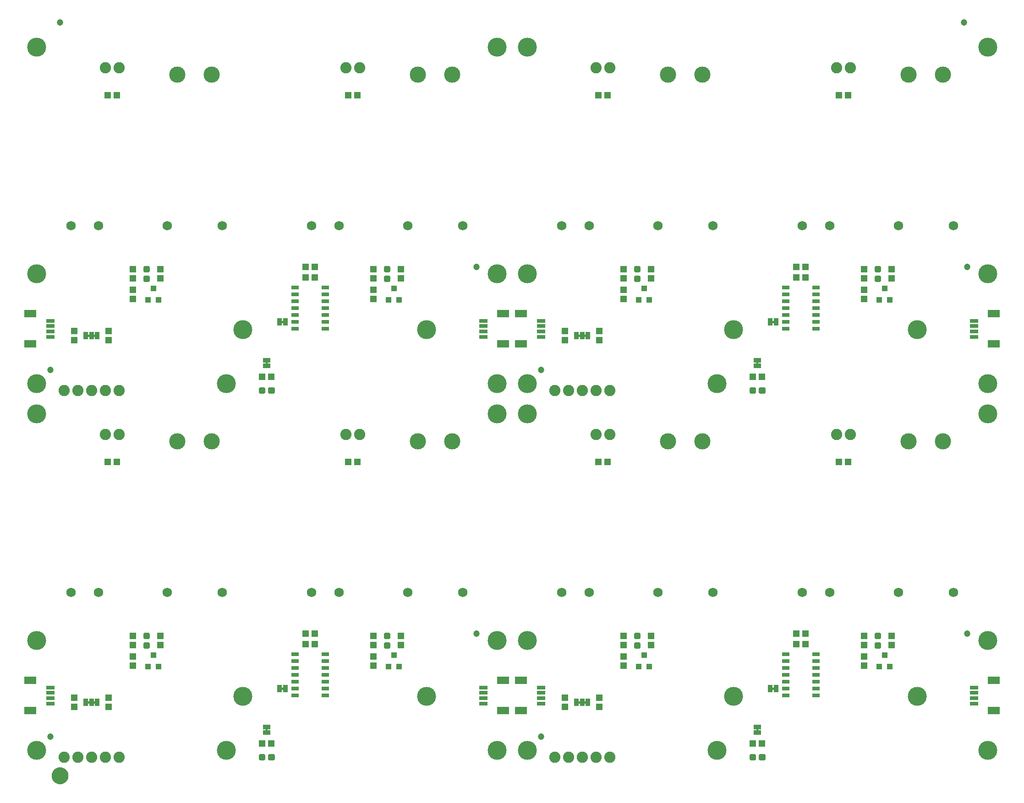
<source format=gts>
G04 EAGLE Gerber RS-274X export*
G75*
%MOMM*%
%FSLAX34Y34*%
%LPD*%
%INSoldermask Top*%
%IPPOS*%
%AMOC8*
5,1,8,0,0,1.08239X$1,22.5*%
G01*
%ADD10R,1.303200X1.203200*%
%ADD11C,0.505344*%
%ADD12C,1.203200*%
%ADD13C,2.082800*%
%ADD14R,2.203200X1.403200*%
%ADD15R,1.553200X0.803200*%
%ADD16R,1.473200X0.863600*%
%ADD17R,0.863600X1.473200*%
%ADD18C,3.505200*%
%ADD19R,1.003200X1.103200*%
%ADD20R,1.203200X1.303200*%
%ADD21R,1.403200X0.803200*%
%ADD22C,1.727200*%
%ADD23C,3.003200*%
%ADD24C,1.270000*%
%ADD25C,1.703200*%

G36*
X452185Y739152D02*
X452185Y739152D01*
X452251Y739154D01*
X452294Y739172D01*
X452341Y739180D01*
X452398Y739214D01*
X452458Y739239D01*
X452493Y739270D01*
X452534Y739295D01*
X452576Y739346D01*
X452624Y739390D01*
X452646Y739432D01*
X452675Y739469D01*
X452696Y739531D01*
X452727Y739590D01*
X452735Y739644D01*
X452747Y739681D01*
X452746Y739721D01*
X452754Y739775D01*
X452754Y743585D01*
X452743Y743650D01*
X452741Y743716D01*
X452723Y743759D01*
X452715Y743806D01*
X452681Y743863D01*
X452656Y743923D01*
X452625Y743958D01*
X452600Y743999D01*
X452549Y744041D01*
X452505Y744089D01*
X452463Y744111D01*
X452426Y744140D01*
X452364Y744161D01*
X452305Y744192D01*
X452251Y744200D01*
X452214Y744212D01*
X452174Y744211D01*
X452120Y744219D01*
X449580Y744219D01*
X449515Y744208D01*
X449449Y744206D01*
X449406Y744188D01*
X449359Y744180D01*
X449302Y744146D01*
X449242Y744121D01*
X449207Y744090D01*
X449166Y744065D01*
X449125Y744014D01*
X449076Y743970D01*
X449054Y743928D01*
X449025Y743891D01*
X449004Y743829D01*
X448973Y743770D01*
X448965Y743716D01*
X448953Y743679D01*
X448953Y743675D01*
X448953Y743674D01*
X448954Y743639D01*
X448946Y743585D01*
X448946Y739775D01*
X448957Y739710D01*
X448959Y739644D01*
X448977Y739601D01*
X448985Y739554D01*
X449019Y739497D01*
X449044Y739437D01*
X449075Y739402D01*
X449100Y739361D01*
X449151Y739320D01*
X449195Y739271D01*
X449237Y739249D01*
X449274Y739220D01*
X449336Y739199D01*
X449395Y739168D01*
X449449Y739160D01*
X449486Y739148D01*
X449526Y739149D01*
X449580Y739141D01*
X452120Y739141D01*
X452185Y739152D01*
G37*
G36*
X1358965Y739152D02*
X1358965Y739152D01*
X1359031Y739154D01*
X1359074Y739172D01*
X1359121Y739180D01*
X1359178Y739214D01*
X1359238Y739239D01*
X1359273Y739270D01*
X1359314Y739295D01*
X1359356Y739346D01*
X1359404Y739390D01*
X1359426Y739432D01*
X1359455Y739469D01*
X1359476Y739531D01*
X1359507Y739590D01*
X1359515Y739644D01*
X1359527Y739681D01*
X1359526Y739721D01*
X1359534Y739775D01*
X1359534Y743585D01*
X1359523Y743650D01*
X1359521Y743716D01*
X1359503Y743759D01*
X1359495Y743806D01*
X1359461Y743863D01*
X1359436Y743923D01*
X1359405Y743958D01*
X1359380Y743999D01*
X1359329Y744041D01*
X1359285Y744089D01*
X1359243Y744111D01*
X1359206Y744140D01*
X1359144Y744161D01*
X1359085Y744192D01*
X1359031Y744200D01*
X1358994Y744212D01*
X1358954Y744211D01*
X1358900Y744219D01*
X1356360Y744219D01*
X1356295Y744208D01*
X1356229Y744206D01*
X1356186Y744188D01*
X1356139Y744180D01*
X1356082Y744146D01*
X1356022Y744121D01*
X1355987Y744090D01*
X1355946Y744065D01*
X1355905Y744014D01*
X1355856Y743970D01*
X1355834Y743928D01*
X1355805Y743891D01*
X1355784Y743829D01*
X1355753Y743770D01*
X1355745Y743716D01*
X1355733Y743679D01*
X1355733Y743675D01*
X1355733Y743674D01*
X1355734Y743639D01*
X1355726Y743585D01*
X1355726Y739775D01*
X1355737Y739710D01*
X1355739Y739644D01*
X1355757Y739601D01*
X1355765Y739554D01*
X1355799Y739497D01*
X1355824Y739437D01*
X1355855Y739402D01*
X1355880Y739361D01*
X1355931Y739320D01*
X1355975Y739271D01*
X1356017Y739249D01*
X1356054Y739220D01*
X1356116Y739199D01*
X1356175Y739168D01*
X1356229Y739160D01*
X1356266Y739148D01*
X1356306Y739149D01*
X1356360Y739141D01*
X1358900Y739141D01*
X1358965Y739152D01*
G37*
G36*
X1358965Y60972D02*
X1358965Y60972D01*
X1359031Y60974D01*
X1359074Y60992D01*
X1359121Y61000D01*
X1359178Y61034D01*
X1359238Y61059D01*
X1359273Y61090D01*
X1359314Y61115D01*
X1359356Y61166D01*
X1359404Y61210D01*
X1359426Y61252D01*
X1359455Y61289D01*
X1359476Y61351D01*
X1359507Y61410D01*
X1359515Y61464D01*
X1359527Y61501D01*
X1359526Y61541D01*
X1359534Y61595D01*
X1359534Y65405D01*
X1359523Y65470D01*
X1359521Y65536D01*
X1359503Y65579D01*
X1359495Y65626D01*
X1359461Y65683D01*
X1359436Y65743D01*
X1359405Y65778D01*
X1359380Y65819D01*
X1359329Y65861D01*
X1359285Y65909D01*
X1359243Y65931D01*
X1359206Y65960D01*
X1359144Y65981D01*
X1359085Y66012D01*
X1359031Y66020D01*
X1358994Y66032D01*
X1358954Y66031D01*
X1358900Y66039D01*
X1356360Y66039D01*
X1356295Y66028D01*
X1356229Y66026D01*
X1356186Y66008D01*
X1356139Y66000D01*
X1356082Y65966D01*
X1356022Y65941D01*
X1355987Y65910D01*
X1355946Y65885D01*
X1355905Y65834D01*
X1355856Y65790D01*
X1355834Y65748D01*
X1355805Y65711D01*
X1355784Y65649D01*
X1355753Y65590D01*
X1355745Y65536D01*
X1355733Y65499D01*
X1355733Y65495D01*
X1355733Y65494D01*
X1355734Y65459D01*
X1355726Y65405D01*
X1355726Y61595D01*
X1355737Y61530D01*
X1355739Y61464D01*
X1355757Y61421D01*
X1355765Y61374D01*
X1355799Y61317D01*
X1355824Y61257D01*
X1355855Y61222D01*
X1355880Y61181D01*
X1355931Y61140D01*
X1355975Y61091D01*
X1356017Y61069D01*
X1356054Y61040D01*
X1356116Y61019D01*
X1356175Y60988D01*
X1356229Y60980D01*
X1356266Y60968D01*
X1356306Y60969D01*
X1356360Y60961D01*
X1358900Y60961D01*
X1358965Y60972D01*
G37*
G36*
X452185Y60972D02*
X452185Y60972D01*
X452251Y60974D01*
X452294Y60992D01*
X452341Y61000D01*
X452398Y61034D01*
X452458Y61059D01*
X452493Y61090D01*
X452534Y61115D01*
X452576Y61166D01*
X452624Y61210D01*
X452646Y61252D01*
X452675Y61289D01*
X452696Y61351D01*
X452727Y61410D01*
X452735Y61464D01*
X452747Y61501D01*
X452746Y61541D01*
X452754Y61595D01*
X452754Y65405D01*
X452743Y65470D01*
X452741Y65536D01*
X452723Y65579D01*
X452715Y65626D01*
X452681Y65683D01*
X452656Y65743D01*
X452625Y65778D01*
X452600Y65819D01*
X452549Y65861D01*
X452505Y65909D01*
X452463Y65931D01*
X452426Y65960D01*
X452364Y65981D01*
X452305Y66012D01*
X452251Y66020D01*
X452214Y66032D01*
X452174Y66031D01*
X452120Y66039D01*
X449580Y66039D01*
X449515Y66028D01*
X449449Y66026D01*
X449406Y66008D01*
X449359Y66000D01*
X449302Y65966D01*
X449242Y65941D01*
X449207Y65910D01*
X449166Y65885D01*
X449125Y65834D01*
X449076Y65790D01*
X449054Y65748D01*
X449025Y65711D01*
X449004Y65649D01*
X448973Y65590D01*
X448965Y65536D01*
X448953Y65499D01*
X448953Y65495D01*
X448953Y65494D01*
X448954Y65459D01*
X448946Y65405D01*
X448946Y61595D01*
X448957Y61530D01*
X448959Y61464D01*
X448977Y61421D01*
X448985Y61374D01*
X449019Y61317D01*
X449044Y61257D01*
X449075Y61222D01*
X449100Y61181D01*
X449151Y61140D01*
X449195Y61091D01*
X449237Y61069D01*
X449274Y61040D01*
X449336Y61019D01*
X449395Y60988D01*
X449449Y60980D01*
X449486Y60968D01*
X449526Y60969D01*
X449580Y60961D01*
X452120Y60961D01*
X452185Y60972D01*
G37*
G36*
X1030670Y112407D02*
X1030670Y112407D01*
X1030736Y112409D01*
X1030779Y112427D01*
X1030826Y112435D01*
X1030883Y112469D01*
X1030943Y112494D01*
X1030978Y112525D01*
X1031019Y112550D01*
X1031061Y112601D01*
X1031109Y112645D01*
X1031131Y112687D01*
X1031160Y112724D01*
X1031181Y112786D01*
X1031212Y112845D01*
X1031220Y112899D01*
X1031232Y112936D01*
X1031231Y112976D01*
X1031239Y113030D01*
X1031239Y115570D01*
X1031228Y115635D01*
X1031226Y115701D01*
X1031208Y115744D01*
X1031200Y115791D01*
X1031166Y115848D01*
X1031141Y115908D01*
X1031110Y115943D01*
X1031085Y115984D01*
X1031034Y116026D01*
X1030990Y116074D01*
X1030948Y116096D01*
X1030911Y116125D01*
X1030849Y116146D01*
X1030790Y116177D01*
X1030736Y116185D01*
X1030699Y116197D01*
X1030659Y116196D01*
X1030605Y116204D01*
X1026795Y116204D01*
X1026730Y116193D01*
X1026664Y116191D01*
X1026621Y116173D01*
X1026574Y116165D01*
X1026517Y116131D01*
X1026457Y116106D01*
X1026422Y116075D01*
X1026381Y116050D01*
X1026340Y115999D01*
X1026291Y115955D01*
X1026269Y115913D01*
X1026240Y115876D01*
X1026219Y115814D01*
X1026188Y115755D01*
X1026180Y115701D01*
X1026168Y115664D01*
X1026168Y115661D01*
X1026169Y115624D01*
X1026161Y115570D01*
X1026161Y113030D01*
X1026172Y112965D01*
X1026174Y112899D01*
X1026192Y112856D01*
X1026200Y112809D01*
X1026234Y112752D01*
X1026259Y112692D01*
X1026290Y112657D01*
X1026315Y112616D01*
X1026366Y112575D01*
X1026410Y112526D01*
X1026452Y112504D01*
X1026489Y112475D01*
X1026551Y112454D01*
X1026610Y112423D01*
X1026664Y112415D01*
X1026701Y112403D01*
X1026741Y112404D01*
X1026795Y112396D01*
X1030605Y112396D01*
X1030670Y112407D01*
G37*
G36*
X1040830Y112407D02*
X1040830Y112407D01*
X1040896Y112409D01*
X1040939Y112427D01*
X1040986Y112435D01*
X1041043Y112469D01*
X1041103Y112494D01*
X1041138Y112525D01*
X1041179Y112550D01*
X1041221Y112601D01*
X1041269Y112645D01*
X1041291Y112687D01*
X1041320Y112724D01*
X1041341Y112786D01*
X1041372Y112845D01*
X1041380Y112899D01*
X1041392Y112936D01*
X1041391Y112976D01*
X1041399Y113030D01*
X1041399Y115570D01*
X1041388Y115635D01*
X1041386Y115701D01*
X1041368Y115744D01*
X1041360Y115791D01*
X1041326Y115848D01*
X1041301Y115908D01*
X1041270Y115943D01*
X1041245Y115984D01*
X1041194Y116026D01*
X1041150Y116074D01*
X1041108Y116096D01*
X1041071Y116125D01*
X1041009Y116146D01*
X1040950Y116177D01*
X1040896Y116185D01*
X1040859Y116197D01*
X1040819Y116196D01*
X1040765Y116204D01*
X1036955Y116204D01*
X1036890Y116193D01*
X1036824Y116191D01*
X1036781Y116173D01*
X1036734Y116165D01*
X1036677Y116131D01*
X1036617Y116106D01*
X1036582Y116075D01*
X1036541Y116050D01*
X1036500Y115999D01*
X1036451Y115955D01*
X1036429Y115913D01*
X1036400Y115876D01*
X1036379Y115814D01*
X1036348Y115755D01*
X1036340Y115701D01*
X1036328Y115664D01*
X1036328Y115661D01*
X1036329Y115624D01*
X1036321Y115570D01*
X1036321Y113030D01*
X1036332Y112965D01*
X1036334Y112899D01*
X1036352Y112856D01*
X1036360Y112809D01*
X1036394Y112752D01*
X1036419Y112692D01*
X1036450Y112657D01*
X1036475Y112616D01*
X1036526Y112575D01*
X1036570Y112526D01*
X1036612Y112504D01*
X1036649Y112475D01*
X1036711Y112454D01*
X1036770Y112423D01*
X1036824Y112415D01*
X1036861Y112403D01*
X1036901Y112404D01*
X1036955Y112396D01*
X1040765Y112396D01*
X1040830Y112407D01*
G37*
G36*
X134050Y112407D02*
X134050Y112407D01*
X134116Y112409D01*
X134159Y112427D01*
X134206Y112435D01*
X134263Y112469D01*
X134323Y112494D01*
X134358Y112525D01*
X134399Y112550D01*
X134441Y112601D01*
X134489Y112645D01*
X134511Y112687D01*
X134540Y112724D01*
X134561Y112786D01*
X134592Y112845D01*
X134600Y112899D01*
X134612Y112936D01*
X134611Y112976D01*
X134619Y113030D01*
X134619Y115570D01*
X134608Y115635D01*
X134606Y115701D01*
X134588Y115744D01*
X134580Y115791D01*
X134546Y115848D01*
X134521Y115908D01*
X134490Y115943D01*
X134465Y115984D01*
X134414Y116026D01*
X134370Y116074D01*
X134328Y116096D01*
X134291Y116125D01*
X134229Y116146D01*
X134170Y116177D01*
X134116Y116185D01*
X134079Y116197D01*
X134039Y116196D01*
X133985Y116204D01*
X130175Y116204D01*
X130110Y116193D01*
X130044Y116191D01*
X130001Y116173D01*
X129954Y116165D01*
X129897Y116131D01*
X129837Y116106D01*
X129802Y116075D01*
X129761Y116050D01*
X129720Y115999D01*
X129671Y115955D01*
X129649Y115913D01*
X129620Y115876D01*
X129599Y115814D01*
X129568Y115755D01*
X129560Y115701D01*
X129548Y115664D01*
X129548Y115661D01*
X129549Y115624D01*
X129541Y115570D01*
X129541Y113030D01*
X129552Y112965D01*
X129554Y112899D01*
X129572Y112856D01*
X129580Y112809D01*
X129614Y112752D01*
X129639Y112692D01*
X129670Y112657D01*
X129695Y112616D01*
X129746Y112575D01*
X129790Y112526D01*
X129832Y112504D01*
X129869Y112475D01*
X129931Y112454D01*
X129990Y112423D01*
X130044Y112415D01*
X130081Y112403D01*
X130121Y112404D01*
X130175Y112396D01*
X133985Y112396D01*
X134050Y112407D01*
G37*
G36*
X123890Y112407D02*
X123890Y112407D01*
X123956Y112409D01*
X123999Y112427D01*
X124046Y112435D01*
X124103Y112469D01*
X124163Y112494D01*
X124198Y112525D01*
X124239Y112550D01*
X124281Y112601D01*
X124329Y112645D01*
X124351Y112687D01*
X124380Y112724D01*
X124401Y112786D01*
X124432Y112845D01*
X124440Y112899D01*
X124452Y112936D01*
X124451Y112976D01*
X124459Y113030D01*
X124459Y115570D01*
X124448Y115635D01*
X124446Y115701D01*
X124428Y115744D01*
X124420Y115791D01*
X124386Y115848D01*
X124361Y115908D01*
X124330Y115943D01*
X124305Y115984D01*
X124254Y116026D01*
X124210Y116074D01*
X124168Y116096D01*
X124131Y116125D01*
X124069Y116146D01*
X124010Y116177D01*
X123956Y116185D01*
X123919Y116197D01*
X123879Y116196D01*
X123825Y116204D01*
X120015Y116204D01*
X119950Y116193D01*
X119884Y116191D01*
X119841Y116173D01*
X119794Y116165D01*
X119737Y116131D01*
X119677Y116106D01*
X119642Y116075D01*
X119601Y116050D01*
X119560Y115999D01*
X119511Y115955D01*
X119489Y115913D01*
X119460Y115876D01*
X119439Y115814D01*
X119408Y115755D01*
X119400Y115701D01*
X119388Y115664D01*
X119388Y115661D01*
X119389Y115624D01*
X119381Y115570D01*
X119381Y113030D01*
X119392Y112965D01*
X119394Y112899D01*
X119412Y112856D01*
X119420Y112809D01*
X119454Y112752D01*
X119479Y112692D01*
X119510Y112657D01*
X119535Y112616D01*
X119586Y112575D01*
X119630Y112526D01*
X119672Y112504D01*
X119709Y112475D01*
X119771Y112454D01*
X119830Y112423D01*
X119884Y112415D01*
X119921Y112403D01*
X119961Y112404D01*
X120015Y112396D01*
X123825Y112396D01*
X123890Y112407D01*
G37*
G36*
X1388800Y815987D02*
X1388800Y815987D01*
X1388866Y815989D01*
X1388909Y816007D01*
X1388956Y816015D01*
X1389013Y816049D01*
X1389073Y816074D01*
X1389108Y816105D01*
X1389149Y816130D01*
X1389191Y816181D01*
X1389239Y816225D01*
X1389261Y816267D01*
X1389290Y816304D01*
X1389311Y816366D01*
X1389342Y816425D01*
X1389350Y816479D01*
X1389362Y816516D01*
X1389361Y816556D01*
X1389369Y816610D01*
X1389369Y819150D01*
X1389358Y819215D01*
X1389356Y819281D01*
X1389338Y819324D01*
X1389330Y819371D01*
X1389296Y819428D01*
X1389271Y819488D01*
X1389240Y819523D01*
X1389215Y819564D01*
X1389164Y819606D01*
X1389120Y819654D01*
X1389078Y819676D01*
X1389041Y819705D01*
X1388979Y819726D01*
X1388920Y819757D01*
X1388866Y819765D01*
X1388829Y819777D01*
X1388789Y819776D01*
X1388735Y819784D01*
X1384925Y819784D01*
X1384860Y819773D01*
X1384794Y819771D01*
X1384751Y819753D01*
X1384704Y819745D01*
X1384647Y819711D01*
X1384587Y819686D01*
X1384552Y819655D01*
X1384511Y819630D01*
X1384470Y819579D01*
X1384421Y819535D01*
X1384399Y819493D01*
X1384370Y819456D01*
X1384349Y819394D01*
X1384318Y819335D01*
X1384310Y819281D01*
X1384298Y819244D01*
X1384298Y819241D01*
X1384299Y819204D01*
X1384291Y819150D01*
X1384291Y816610D01*
X1384302Y816545D01*
X1384304Y816479D01*
X1384322Y816436D01*
X1384330Y816389D01*
X1384364Y816332D01*
X1384389Y816272D01*
X1384420Y816237D01*
X1384445Y816196D01*
X1384496Y816155D01*
X1384540Y816106D01*
X1384582Y816084D01*
X1384619Y816055D01*
X1384681Y816034D01*
X1384740Y816003D01*
X1384794Y815995D01*
X1384831Y815983D01*
X1384871Y815984D01*
X1384925Y815976D01*
X1388735Y815976D01*
X1388800Y815987D01*
G37*
G36*
X482020Y815987D02*
X482020Y815987D01*
X482086Y815989D01*
X482129Y816007D01*
X482176Y816015D01*
X482233Y816049D01*
X482293Y816074D01*
X482328Y816105D01*
X482369Y816130D01*
X482411Y816181D01*
X482459Y816225D01*
X482481Y816267D01*
X482510Y816304D01*
X482531Y816366D01*
X482562Y816425D01*
X482570Y816479D01*
X482582Y816516D01*
X482581Y816556D01*
X482589Y816610D01*
X482589Y819150D01*
X482578Y819215D01*
X482576Y819281D01*
X482558Y819324D01*
X482550Y819371D01*
X482516Y819428D01*
X482491Y819488D01*
X482460Y819523D01*
X482435Y819564D01*
X482384Y819606D01*
X482340Y819654D01*
X482298Y819676D01*
X482261Y819705D01*
X482199Y819726D01*
X482140Y819757D01*
X482086Y819765D01*
X482049Y819777D01*
X482009Y819776D01*
X481955Y819784D01*
X478145Y819784D01*
X478080Y819773D01*
X478014Y819771D01*
X477971Y819753D01*
X477924Y819745D01*
X477867Y819711D01*
X477807Y819686D01*
X477772Y819655D01*
X477731Y819630D01*
X477690Y819579D01*
X477641Y819535D01*
X477619Y819493D01*
X477590Y819456D01*
X477569Y819394D01*
X477538Y819335D01*
X477530Y819281D01*
X477518Y819244D01*
X477518Y819241D01*
X477519Y819204D01*
X477511Y819150D01*
X477511Y816610D01*
X477522Y816545D01*
X477524Y816479D01*
X477542Y816436D01*
X477550Y816389D01*
X477584Y816332D01*
X477609Y816272D01*
X477640Y816237D01*
X477665Y816196D01*
X477716Y816155D01*
X477760Y816106D01*
X477802Y816084D01*
X477839Y816055D01*
X477901Y816034D01*
X477960Y816003D01*
X478014Y815995D01*
X478051Y815983D01*
X478091Y815984D01*
X478145Y815976D01*
X481955Y815976D01*
X482020Y815987D01*
G37*
G36*
X1040830Y790587D02*
X1040830Y790587D01*
X1040896Y790589D01*
X1040939Y790607D01*
X1040986Y790615D01*
X1041043Y790649D01*
X1041103Y790674D01*
X1041138Y790705D01*
X1041179Y790730D01*
X1041221Y790781D01*
X1041269Y790825D01*
X1041291Y790867D01*
X1041320Y790904D01*
X1041341Y790966D01*
X1041372Y791025D01*
X1041380Y791079D01*
X1041392Y791116D01*
X1041391Y791156D01*
X1041399Y791210D01*
X1041399Y793750D01*
X1041388Y793815D01*
X1041386Y793881D01*
X1041368Y793924D01*
X1041360Y793971D01*
X1041326Y794028D01*
X1041301Y794088D01*
X1041270Y794123D01*
X1041245Y794164D01*
X1041194Y794206D01*
X1041150Y794254D01*
X1041108Y794276D01*
X1041071Y794305D01*
X1041009Y794326D01*
X1040950Y794357D01*
X1040896Y794365D01*
X1040859Y794377D01*
X1040819Y794376D01*
X1040765Y794384D01*
X1036955Y794384D01*
X1036890Y794373D01*
X1036824Y794371D01*
X1036781Y794353D01*
X1036734Y794345D01*
X1036677Y794311D01*
X1036617Y794286D01*
X1036582Y794255D01*
X1036541Y794230D01*
X1036500Y794179D01*
X1036451Y794135D01*
X1036429Y794093D01*
X1036400Y794056D01*
X1036379Y793994D01*
X1036348Y793935D01*
X1036340Y793881D01*
X1036328Y793844D01*
X1036328Y793841D01*
X1036329Y793804D01*
X1036321Y793750D01*
X1036321Y791210D01*
X1036332Y791145D01*
X1036334Y791079D01*
X1036352Y791036D01*
X1036360Y790989D01*
X1036394Y790932D01*
X1036419Y790872D01*
X1036450Y790837D01*
X1036475Y790796D01*
X1036526Y790755D01*
X1036570Y790706D01*
X1036612Y790684D01*
X1036649Y790655D01*
X1036711Y790634D01*
X1036770Y790603D01*
X1036824Y790595D01*
X1036861Y790583D01*
X1036901Y790584D01*
X1036955Y790576D01*
X1040765Y790576D01*
X1040830Y790587D01*
G37*
G36*
X1030670Y790587D02*
X1030670Y790587D01*
X1030736Y790589D01*
X1030779Y790607D01*
X1030826Y790615D01*
X1030883Y790649D01*
X1030943Y790674D01*
X1030978Y790705D01*
X1031019Y790730D01*
X1031061Y790781D01*
X1031109Y790825D01*
X1031131Y790867D01*
X1031160Y790904D01*
X1031181Y790966D01*
X1031212Y791025D01*
X1031220Y791079D01*
X1031232Y791116D01*
X1031231Y791156D01*
X1031239Y791210D01*
X1031239Y793750D01*
X1031228Y793815D01*
X1031226Y793881D01*
X1031208Y793924D01*
X1031200Y793971D01*
X1031166Y794028D01*
X1031141Y794088D01*
X1031110Y794123D01*
X1031085Y794164D01*
X1031034Y794206D01*
X1030990Y794254D01*
X1030948Y794276D01*
X1030911Y794305D01*
X1030849Y794326D01*
X1030790Y794357D01*
X1030736Y794365D01*
X1030699Y794377D01*
X1030659Y794376D01*
X1030605Y794384D01*
X1026795Y794384D01*
X1026730Y794373D01*
X1026664Y794371D01*
X1026621Y794353D01*
X1026574Y794345D01*
X1026517Y794311D01*
X1026457Y794286D01*
X1026422Y794255D01*
X1026381Y794230D01*
X1026340Y794179D01*
X1026291Y794135D01*
X1026269Y794093D01*
X1026240Y794056D01*
X1026219Y793994D01*
X1026188Y793935D01*
X1026180Y793881D01*
X1026168Y793844D01*
X1026168Y793841D01*
X1026169Y793804D01*
X1026161Y793750D01*
X1026161Y791210D01*
X1026172Y791145D01*
X1026174Y791079D01*
X1026192Y791036D01*
X1026200Y790989D01*
X1026234Y790932D01*
X1026259Y790872D01*
X1026290Y790837D01*
X1026315Y790796D01*
X1026366Y790755D01*
X1026410Y790706D01*
X1026452Y790684D01*
X1026489Y790655D01*
X1026551Y790634D01*
X1026610Y790603D01*
X1026664Y790595D01*
X1026701Y790583D01*
X1026741Y790584D01*
X1026795Y790576D01*
X1030605Y790576D01*
X1030670Y790587D01*
G37*
G36*
X123890Y790587D02*
X123890Y790587D01*
X123956Y790589D01*
X123999Y790607D01*
X124046Y790615D01*
X124103Y790649D01*
X124163Y790674D01*
X124198Y790705D01*
X124239Y790730D01*
X124281Y790781D01*
X124329Y790825D01*
X124351Y790867D01*
X124380Y790904D01*
X124401Y790966D01*
X124432Y791025D01*
X124440Y791079D01*
X124452Y791116D01*
X124451Y791156D01*
X124459Y791210D01*
X124459Y793750D01*
X124448Y793815D01*
X124446Y793881D01*
X124428Y793924D01*
X124420Y793971D01*
X124386Y794028D01*
X124361Y794088D01*
X124330Y794123D01*
X124305Y794164D01*
X124254Y794206D01*
X124210Y794254D01*
X124168Y794276D01*
X124131Y794305D01*
X124069Y794326D01*
X124010Y794357D01*
X123956Y794365D01*
X123919Y794377D01*
X123879Y794376D01*
X123825Y794384D01*
X120015Y794384D01*
X119950Y794373D01*
X119884Y794371D01*
X119841Y794353D01*
X119794Y794345D01*
X119737Y794311D01*
X119677Y794286D01*
X119642Y794255D01*
X119601Y794230D01*
X119560Y794179D01*
X119511Y794135D01*
X119489Y794093D01*
X119460Y794056D01*
X119439Y793994D01*
X119408Y793935D01*
X119400Y793881D01*
X119388Y793844D01*
X119388Y793841D01*
X119389Y793804D01*
X119381Y793750D01*
X119381Y791210D01*
X119392Y791145D01*
X119394Y791079D01*
X119412Y791036D01*
X119420Y790989D01*
X119454Y790932D01*
X119479Y790872D01*
X119510Y790837D01*
X119535Y790796D01*
X119586Y790755D01*
X119630Y790706D01*
X119672Y790684D01*
X119709Y790655D01*
X119771Y790634D01*
X119830Y790603D01*
X119884Y790595D01*
X119921Y790583D01*
X119961Y790584D01*
X120015Y790576D01*
X123825Y790576D01*
X123890Y790587D01*
G37*
G36*
X134050Y790587D02*
X134050Y790587D01*
X134116Y790589D01*
X134159Y790607D01*
X134206Y790615D01*
X134263Y790649D01*
X134323Y790674D01*
X134358Y790705D01*
X134399Y790730D01*
X134441Y790781D01*
X134489Y790825D01*
X134511Y790867D01*
X134540Y790904D01*
X134561Y790966D01*
X134592Y791025D01*
X134600Y791079D01*
X134612Y791116D01*
X134611Y791156D01*
X134619Y791210D01*
X134619Y793750D01*
X134608Y793815D01*
X134606Y793881D01*
X134588Y793924D01*
X134580Y793971D01*
X134546Y794028D01*
X134521Y794088D01*
X134490Y794123D01*
X134465Y794164D01*
X134414Y794206D01*
X134370Y794254D01*
X134328Y794276D01*
X134291Y794305D01*
X134229Y794326D01*
X134170Y794357D01*
X134116Y794365D01*
X134079Y794377D01*
X134039Y794376D01*
X133985Y794384D01*
X130175Y794384D01*
X130110Y794373D01*
X130044Y794371D01*
X130001Y794353D01*
X129954Y794345D01*
X129897Y794311D01*
X129837Y794286D01*
X129802Y794255D01*
X129761Y794230D01*
X129720Y794179D01*
X129671Y794135D01*
X129649Y794093D01*
X129620Y794056D01*
X129599Y793994D01*
X129568Y793935D01*
X129560Y793881D01*
X129548Y793844D01*
X129548Y793841D01*
X129549Y793804D01*
X129541Y793750D01*
X129541Y791210D01*
X129552Y791145D01*
X129554Y791079D01*
X129572Y791036D01*
X129580Y790989D01*
X129614Y790932D01*
X129639Y790872D01*
X129670Y790837D01*
X129695Y790796D01*
X129746Y790755D01*
X129790Y790706D01*
X129832Y790684D01*
X129869Y790655D01*
X129931Y790634D01*
X129990Y790603D01*
X130044Y790595D01*
X130081Y790583D01*
X130121Y790584D01*
X130175Y790576D01*
X133985Y790576D01*
X134050Y790587D01*
G37*
G36*
X1388800Y137807D02*
X1388800Y137807D01*
X1388866Y137809D01*
X1388909Y137827D01*
X1388956Y137835D01*
X1389013Y137869D01*
X1389073Y137894D01*
X1389108Y137925D01*
X1389149Y137950D01*
X1389191Y138001D01*
X1389239Y138045D01*
X1389261Y138087D01*
X1389290Y138124D01*
X1389311Y138186D01*
X1389342Y138245D01*
X1389350Y138299D01*
X1389362Y138336D01*
X1389361Y138376D01*
X1389369Y138430D01*
X1389369Y140970D01*
X1389358Y141035D01*
X1389356Y141101D01*
X1389338Y141144D01*
X1389330Y141191D01*
X1389296Y141248D01*
X1389271Y141308D01*
X1389240Y141343D01*
X1389215Y141384D01*
X1389164Y141426D01*
X1389120Y141474D01*
X1389078Y141496D01*
X1389041Y141525D01*
X1388979Y141546D01*
X1388920Y141577D01*
X1388866Y141585D01*
X1388829Y141597D01*
X1388789Y141596D01*
X1388735Y141604D01*
X1384925Y141604D01*
X1384860Y141593D01*
X1384794Y141591D01*
X1384751Y141573D01*
X1384704Y141565D01*
X1384647Y141531D01*
X1384587Y141506D01*
X1384552Y141475D01*
X1384511Y141450D01*
X1384470Y141399D01*
X1384421Y141355D01*
X1384399Y141313D01*
X1384370Y141276D01*
X1384349Y141214D01*
X1384318Y141155D01*
X1384310Y141101D01*
X1384298Y141064D01*
X1384298Y141061D01*
X1384299Y141024D01*
X1384291Y140970D01*
X1384291Y138430D01*
X1384302Y138365D01*
X1384304Y138299D01*
X1384322Y138256D01*
X1384330Y138209D01*
X1384364Y138152D01*
X1384389Y138092D01*
X1384420Y138057D01*
X1384445Y138016D01*
X1384496Y137975D01*
X1384540Y137926D01*
X1384582Y137904D01*
X1384619Y137875D01*
X1384681Y137854D01*
X1384740Y137823D01*
X1384794Y137815D01*
X1384831Y137803D01*
X1384871Y137804D01*
X1384925Y137796D01*
X1388735Y137796D01*
X1388800Y137807D01*
G37*
G36*
X482020Y137807D02*
X482020Y137807D01*
X482086Y137809D01*
X482129Y137827D01*
X482176Y137835D01*
X482233Y137869D01*
X482293Y137894D01*
X482328Y137925D01*
X482369Y137950D01*
X482411Y138001D01*
X482459Y138045D01*
X482481Y138087D01*
X482510Y138124D01*
X482531Y138186D01*
X482562Y138245D01*
X482570Y138299D01*
X482582Y138336D01*
X482581Y138376D01*
X482589Y138430D01*
X482589Y140970D01*
X482578Y141035D01*
X482576Y141101D01*
X482558Y141144D01*
X482550Y141191D01*
X482516Y141248D01*
X482491Y141308D01*
X482460Y141343D01*
X482435Y141384D01*
X482384Y141426D01*
X482340Y141474D01*
X482298Y141496D01*
X482261Y141525D01*
X482199Y141546D01*
X482140Y141577D01*
X482086Y141585D01*
X482049Y141597D01*
X482009Y141596D01*
X481955Y141604D01*
X478145Y141604D01*
X478080Y141593D01*
X478014Y141591D01*
X477971Y141573D01*
X477924Y141565D01*
X477867Y141531D01*
X477807Y141506D01*
X477772Y141475D01*
X477731Y141450D01*
X477690Y141399D01*
X477641Y141355D01*
X477619Y141313D01*
X477590Y141276D01*
X477569Y141214D01*
X477538Y141155D01*
X477530Y141101D01*
X477518Y141064D01*
X477518Y141061D01*
X477519Y141024D01*
X477511Y140970D01*
X477511Y138430D01*
X477522Y138365D01*
X477524Y138299D01*
X477542Y138256D01*
X477550Y138209D01*
X477584Y138152D01*
X477609Y138092D01*
X477640Y138057D01*
X477665Y138016D01*
X477716Y137975D01*
X477760Y137926D01*
X477802Y137904D01*
X477839Y137875D01*
X477901Y137854D01*
X477960Y137823D01*
X478014Y137815D01*
X478051Y137803D01*
X478091Y137804D01*
X478145Y137796D01*
X481955Y137796D01*
X482020Y137807D01*
G37*
D10*
X522350Y222250D03*
X539350Y222250D03*
D11*
X232090Y223320D02*
X225110Y223320D01*
X232090Y223320D02*
X232090Y216340D01*
X225110Y216340D01*
X225110Y223320D01*
X225110Y221140D02*
X232090Y221140D01*
X232090Y240860D02*
X225110Y240860D01*
X232090Y240860D02*
X232090Y233880D01*
X225110Y233880D01*
X225110Y240860D01*
X225110Y238680D02*
X232090Y238680D01*
X456130Y16190D02*
X456130Y9210D01*
X456130Y16190D02*
X463110Y16190D01*
X463110Y9210D01*
X456130Y9210D01*
X456130Y14010D02*
X463110Y14010D01*
X438590Y16190D02*
X438590Y9210D01*
X438590Y16190D02*
X445570Y16190D01*
X445570Y9210D01*
X438590Y9210D01*
X438590Y14010D02*
X445570Y14010D01*
X669610Y223320D02*
X676590Y223320D01*
X676590Y216340D01*
X669610Y216340D01*
X669610Y223320D01*
X669610Y221140D02*
X676590Y221140D01*
X676590Y240860D02*
X669610Y240860D01*
X676590Y240860D02*
X676590Y233880D01*
X669610Y233880D01*
X669610Y240860D01*
X669610Y238680D02*
X676590Y238680D01*
D12*
X838200Y241300D03*
X50800Y50800D03*
D13*
X152400Y12700D03*
X127000Y12700D03*
X101600Y12700D03*
X76200Y12700D03*
D14*
X887650Y99000D03*
X887650Y155000D03*
D15*
X850900Y112000D03*
X850900Y122000D03*
X850900Y132000D03*
X850900Y142000D03*
D14*
X14050Y155000D03*
X14050Y99000D03*
D15*
X50800Y142000D03*
X50800Y132000D03*
X50800Y122000D03*
X50800Y112000D03*
D16*
X450850Y68707D03*
X450850Y58293D03*
D17*
X485257Y139700D03*
X474843Y139700D03*
D18*
X876300Y25400D03*
X25400Y228600D03*
X25400Y25400D03*
X876300Y228600D03*
D19*
X231800Y180500D03*
X250800Y180500D03*
X241300Y201500D03*
X676300Y180500D03*
X695300Y180500D03*
X685800Y201500D03*
D20*
X203200Y237100D03*
X203200Y220100D03*
D10*
X459350Y38100D03*
X442350Y38100D03*
X522350Y241300D03*
X539350Y241300D03*
D20*
X254000Y220100D03*
X254000Y237100D03*
X203200Y182000D03*
X203200Y199000D03*
X647700Y237100D03*
X647700Y220100D03*
X698500Y220100D03*
X698500Y237100D03*
X647700Y182000D03*
X647700Y199000D03*
D21*
X502850Y203200D03*
X502850Y190500D03*
X502850Y177800D03*
X502850Y165100D03*
X502850Y152400D03*
X502850Y139700D03*
X502850Y127000D03*
X558850Y127000D03*
X558850Y139700D03*
X558850Y152400D03*
X558850Y165100D03*
X558850Y177800D03*
X558850Y190500D03*
X558850Y203200D03*
D17*
X116586Y114300D03*
X127000Y114300D03*
X137414Y114300D03*
D20*
X95250Y122800D03*
X95250Y105800D03*
X158750Y122800D03*
X158750Y105800D03*
D22*
X88900Y317500D03*
X368300Y317500D03*
X139700Y317500D03*
X266700Y317500D03*
X533400Y317500D03*
X812800Y317500D03*
X584200Y317500D03*
X711200Y317500D03*
D23*
X285750Y596900D03*
X349250Y596900D03*
X730250Y596900D03*
X793750Y596900D03*
D18*
X876300Y647700D03*
X25400Y647700D03*
D13*
X177800Y12700D03*
D10*
X156600Y558800D03*
X173600Y558800D03*
X601100Y558800D03*
X618100Y558800D03*
D13*
X152400Y609600D03*
X177800Y609600D03*
X596900Y609600D03*
X622300Y609600D03*
D18*
X746300Y125400D03*
X406300Y125400D03*
X376300Y25400D03*
D10*
X1429130Y222250D03*
X1446130Y222250D03*
D11*
X1138870Y223320D02*
X1131890Y223320D01*
X1138870Y223320D02*
X1138870Y216340D01*
X1131890Y216340D01*
X1131890Y223320D01*
X1131890Y221140D02*
X1138870Y221140D01*
X1138870Y240860D02*
X1131890Y240860D01*
X1138870Y240860D02*
X1138870Y233880D01*
X1131890Y233880D01*
X1131890Y240860D01*
X1131890Y238680D02*
X1138870Y238680D01*
X1362910Y16190D02*
X1362910Y9210D01*
X1362910Y16190D02*
X1369890Y16190D01*
X1369890Y9210D01*
X1362910Y9210D01*
X1362910Y14010D02*
X1369890Y14010D01*
X1345370Y16190D02*
X1345370Y9210D01*
X1345370Y16190D02*
X1352350Y16190D01*
X1352350Y9210D01*
X1345370Y9210D01*
X1345370Y14010D02*
X1352350Y14010D01*
X1576390Y223320D02*
X1583370Y223320D01*
X1583370Y216340D01*
X1576390Y216340D01*
X1576390Y223320D01*
X1576390Y221140D02*
X1583370Y221140D01*
X1583370Y240860D02*
X1576390Y240860D01*
X1583370Y240860D02*
X1583370Y233880D01*
X1576390Y233880D01*
X1576390Y240860D01*
X1576390Y238680D02*
X1583370Y238680D01*
D12*
X1744980Y241300D03*
X957580Y50800D03*
D13*
X1059180Y12700D03*
X1033780Y12700D03*
X1008380Y12700D03*
X982980Y12700D03*
D14*
X1794430Y99000D03*
X1794430Y155000D03*
D15*
X1757680Y112000D03*
X1757680Y122000D03*
X1757680Y132000D03*
X1757680Y142000D03*
D14*
X920830Y155000D03*
X920830Y99000D03*
D15*
X957580Y142000D03*
X957580Y132000D03*
X957580Y122000D03*
X957580Y112000D03*
D16*
X1357630Y68707D03*
X1357630Y58293D03*
D17*
X1392037Y139700D03*
X1381623Y139700D03*
D18*
X1783080Y25400D03*
X932180Y228600D03*
X932180Y25400D03*
X1783080Y228600D03*
D19*
X1138580Y180500D03*
X1157580Y180500D03*
X1148080Y201500D03*
X1583080Y180500D03*
X1602080Y180500D03*
X1592580Y201500D03*
D20*
X1109980Y237100D03*
X1109980Y220100D03*
D10*
X1366130Y38100D03*
X1349130Y38100D03*
X1429130Y241300D03*
X1446130Y241300D03*
D20*
X1160780Y220100D03*
X1160780Y237100D03*
X1109980Y182000D03*
X1109980Y199000D03*
X1554480Y237100D03*
X1554480Y220100D03*
X1605280Y220100D03*
X1605280Y237100D03*
X1554480Y182000D03*
X1554480Y199000D03*
D21*
X1409630Y203200D03*
X1409630Y190500D03*
X1409630Y177800D03*
X1409630Y165100D03*
X1409630Y152400D03*
X1409630Y139700D03*
X1409630Y127000D03*
X1465630Y127000D03*
X1465630Y139700D03*
X1465630Y152400D03*
X1465630Y165100D03*
X1465630Y177800D03*
X1465630Y190500D03*
X1465630Y203200D03*
D17*
X1023366Y114300D03*
X1033780Y114300D03*
X1044194Y114300D03*
D20*
X1002030Y122800D03*
X1002030Y105800D03*
X1065530Y122800D03*
X1065530Y105800D03*
D22*
X995680Y317500D03*
X1275080Y317500D03*
X1046480Y317500D03*
X1173480Y317500D03*
X1440180Y317500D03*
X1719580Y317500D03*
X1490980Y317500D03*
X1617980Y317500D03*
D23*
X1192530Y596900D03*
X1256030Y596900D03*
X1637030Y596900D03*
X1700530Y596900D03*
D18*
X1783080Y647700D03*
X932180Y647700D03*
D13*
X1084580Y12700D03*
D10*
X1063380Y558800D03*
X1080380Y558800D03*
X1507880Y558800D03*
X1524880Y558800D03*
D13*
X1059180Y609600D03*
X1084580Y609600D03*
X1503680Y609600D03*
X1529080Y609600D03*
D18*
X1653080Y125400D03*
X1313080Y125400D03*
X1283080Y25400D03*
D10*
X522350Y900430D03*
X539350Y900430D03*
D11*
X232090Y901500D02*
X225110Y901500D01*
X232090Y901500D02*
X232090Y894520D01*
X225110Y894520D01*
X225110Y901500D01*
X225110Y899320D02*
X232090Y899320D01*
X232090Y919040D02*
X225110Y919040D01*
X232090Y919040D02*
X232090Y912060D01*
X225110Y912060D01*
X225110Y919040D01*
X225110Y916860D02*
X232090Y916860D01*
X456130Y694370D02*
X456130Y687390D01*
X456130Y694370D02*
X463110Y694370D01*
X463110Y687390D01*
X456130Y687390D01*
X456130Y692190D02*
X463110Y692190D01*
X438590Y694370D02*
X438590Y687390D01*
X438590Y694370D02*
X445570Y694370D01*
X445570Y687390D01*
X438590Y687390D01*
X438590Y692190D02*
X445570Y692190D01*
X669610Y901500D02*
X676590Y901500D01*
X676590Y894520D01*
X669610Y894520D01*
X669610Y901500D01*
X669610Y899320D02*
X676590Y899320D01*
X676590Y919040D02*
X669610Y919040D01*
X676590Y919040D02*
X676590Y912060D01*
X669610Y912060D01*
X669610Y919040D01*
X669610Y916860D02*
X676590Y916860D01*
D12*
X838200Y919480D03*
X50800Y728980D03*
D13*
X152400Y690880D03*
X127000Y690880D03*
X101600Y690880D03*
X76200Y690880D03*
D14*
X887650Y777180D03*
X887650Y833180D03*
D15*
X850900Y790180D03*
X850900Y800180D03*
X850900Y810180D03*
X850900Y820180D03*
D14*
X14050Y833180D03*
X14050Y777180D03*
D15*
X50800Y820180D03*
X50800Y810180D03*
X50800Y800180D03*
X50800Y790180D03*
D16*
X450850Y746887D03*
X450850Y736473D03*
D17*
X485257Y817880D03*
X474843Y817880D03*
D18*
X876300Y703580D03*
X25400Y906780D03*
X25400Y703580D03*
X876300Y906780D03*
D19*
X231800Y858680D03*
X250800Y858680D03*
X241300Y879680D03*
X676300Y858680D03*
X695300Y858680D03*
X685800Y879680D03*
D20*
X203200Y915280D03*
X203200Y898280D03*
D10*
X459350Y716280D03*
X442350Y716280D03*
X522350Y919480D03*
X539350Y919480D03*
D20*
X254000Y898280D03*
X254000Y915280D03*
X203200Y860180D03*
X203200Y877180D03*
X647700Y915280D03*
X647700Y898280D03*
X698500Y898280D03*
X698500Y915280D03*
X647700Y860180D03*
X647700Y877180D03*
D21*
X502850Y881380D03*
X502850Y868680D03*
X502850Y855980D03*
X502850Y843280D03*
X502850Y830580D03*
X502850Y817880D03*
X502850Y805180D03*
X558850Y805180D03*
X558850Y817880D03*
X558850Y830580D03*
X558850Y843280D03*
X558850Y855980D03*
X558850Y868680D03*
X558850Y881380D03*
D17*
X116586Y792480D03*
X127000Y792480D03*
X137414Y792480D03*
D20*
X95250Y800980D03*
X95250Y783980D03*
X158750Y800980D03*
X158750Y783980D03*
D22*
X88900Y995680D03*
X368300Y995680D03*
X139700Y995680D03*
X266700Y995680D03*
X533400Y995680D03*
X812800Y995680D03*
X584200Y995680D03*
X711200Y995680D03*
D23*
X285750Y1275080D03*
X349250Y1275080D03*
X730250Y1275080D03*
X793750Y1275080D03*
D18*
X876300Y1325880D03*
X25400Y1325880D03*
D13*
X177800Y690880D03*
D10*
X156600Y1236980D03*
X173600Y1236980D03*
X601100Y1236980D03*
X618100Y1236980D03*
D13*
X152400Y1287780D03*
X177800Y1287780D03*
X596900Y1287780D03*
X622300Y1287780D03*
D18*
X746300Y803580D03*
X406300Y803580D03*
X376300Y703580D03*
D10*
X1429130Y900430D03*
X1446130Y900430D03*
D11*
X1138870Y901500D02*
X1131890Y901500D01*
X1138870Y901500D02*
X1138870Y894520D01*
X1131890Y894520D01*
X1131890Y901500D01*
X1131890Y899320D02*
X1138870Y899320D01*
X1138870Y919040D02*
X1131890Y919040D01*
X1138870Y919040D02*
X1138870Y912060D01*
X1131890Y912060D01*
X1131890Y919040D01*
X1131890Y916860D02*
X1138870Y916860D01*
X1362910Y694370D02*
X1362910Y687390D01*
X1362910Y694370D02*
X1369890Y694370D01*
X1369890Y687390D01*
X1362910Y687390D01*
X1362910Y692190D02*
X1369890Y692190D01*
X1345370Y694370D02*
X1345370Y687390D01*
X1345370Y694370D02*
X1352350Y694370D01*
X1352350Y687390D01*
X1345370Y687390D01*
X1345370Y692190D02*
X1352350Y692190D01*
X1576390Y901500D02*
X1583370Y901500D01*
X1583370Y894520D01*
X1576390Y894520D01*
X1576390Y901500D01*
X1576390Y899320D02*
X1583370Y899320D01*
X1583370Y919040D02*
X1576390Y919040D01*
X1583370Y919040D02*
X1583370Y912060D01*
X1576390Y912060D01*
X1576390Y919040D01*
X1576390Y916860D02*
X1583370Y916860D01*
D12*
X1744980Y919480D03*
X957580Y728980D03*
D13*
X1059180Y690880D03*
X1033780Y690880D03*
X1008380Y690880D03*
X982980Y690880D03*
D14*
X1794430Y777180D03*
X1794430Y833180D03*
D15*
X1757680Y790180D03*
X1757680Y800180D03*
X1757680Y810180D03*
X1757680Y820180D03*
D14*
X920830Y833180D03*
X920830Y777180D03*
D15*
X957580Y820180D03*
X957580Y810180D03*
X957580Y800180D03*
X957580Y790180D03*
D16*
X1357630Y746887D03*
X1357630Y736473D03*
D17*
X1392037Y817880D03*
X1381623Y817880D03*
D18*
X1783080Y703580D03*
X932180Y906780D03*
X932180Y703580D03*
X1783080Y906780D03*
D19*
X1138580Y858680D03*
X1157580Y858680D03*
X1148080Y879680D03*
X1583080Y858680D03*
X1602080Y858680D03*
X1592580Y879680D03*
D20*
X1109980Y915280D03*
X1109980Y898280D03*
D10*
X1366130Y716280D03*
X1349130Y716280D03*
X1429130Y919480D03*
X1446130Y919480D03*
D20*
X1160780Y898280D03*
X1160780Y915280D03*
X1109980Y860180D03*
X1109980Y877180D03*
X1554480Y915280D03*
X1554480Y898280D03*
X1605280Y898280D03*
X1605280Y915280D03*
X1554480Y860180D03*
X1554480Y877180D03*
D21*
X1409630Y881380D03*
X1409630Y868680D03*
X1409630Y855980D03*
X1409630Y843280D03*
X1409630Y830580D03*
X1409630Y817880D03*
X1409630Y805180D03*
X1465630Y805180D03*
X1465630Y817880D03*
X1465630Y830580D03*
X1465630Y843280D03*
X1465630Y855980D03*
X1465630Y868680D03*
X1465630Y881380D03*
D17*
X1023366Y792480D03*
X1033780Y792480D03*
X1044194Y792480D03*
D20*
X1002030Y800980D03*
X1002030Y783980D03*
X1065530Y800980D03*
X1065530Y783980D03*
D22*
X995680Y995680D03*
X1275080Y995680D03*
X1046480Y995680D03*
X1173480Y995680D03*
X1440180Y995680D03*
X1719580Y995680D03*
X1490980Y995680D03*
X1617980Y995680D03*
D23*
X1192530Y1275080D03*
X1256030Y1275080D03*
X1637030Y1275080D03*
X1700530Y1275080D03*
D18*
X1783080Y1325880D03*
X932180Y1325880D03*
D13*
X1084580Y690880D03*
D10*
X1063380Y1236980D03*
X1080380Y1236980D03*
X1507880Y1236980D03*
X1524880Y1236980D03*
D13*
X1059180Y1287780D03*
X1084580Y1287780D03*
X1503680Y1287780D03*
X1529080Y1287780D03*
D18*
X1653080Y803580D03*
X1313080Y803580D03*
X1283080Y703580D03*
D12*
X68580Y1372235D03*
X1739265Y1372235D03*
D24*
X59525Y-20955D02*
X59528Y-20733D01*
X59536Y-20511D01*
X59550Y-20289D01*
X59569Y-20067D01*
X59593Y-19847D01*
X59623Y-19626D01*
X59658Y-19407D01*
X59699Y-19188D01*
X59745Y-18971D01*
X59796Y-18755D01*
X59853Y-18540D01*
X59915Y-18326D01*
X59982Y-18115D01*
X60054Y-17904D01*
X60132Y-17696D01*
X60214Y-17490D01*
X60302Y-17286D01*
X60394Y-17083D01*
X60492Y-16884D01*
X60594Y-16687D01*
X60701Y-16492D01*
X60813Y-16300D01*
X60930Y-16111D01*
X61051Y-15924D01*
X61177Y-15741D01*
X61307Y-15561D01*
X61442Y-15384D01*
X61580Y-15211D01*
X61723Y-15041D01*
X61871Y-14874D01*
X62022Y-14711D01*
X62177Y-14552D01*
X62336Y-14397D01*
X62499Y-14246D01*
X62666Y-14098D01*
X62836Y-13955D01*
X63009Y-13817D01*
X63186Y-13682D01*
X63366Y-13552D01*
X63549Y-13426D01*
X63736Y-13305D01*
X63925Y-13188D01*
X64117Y-13076D01*
X64312Y-12969D01*
X64509Y-12867D01*
X64708Y-12769D01*
X64911Y-12677D01*
X65115Y-12589D01*
X65321Y-12507D01*
X65529Y-12429D01*
X65740Y-12357D01*
X65951Y-12290D01*
X66165Y-12228D01*
X66380Y-12171D01*
X66596Y-12120D01*
X66813Y-12074D01*
X67032Y-12033D01*
X67251Y-11998D01*
X67472Y-11968D01*
X67692Y-11944D01*
X67914Y-11925D01*
X68136Y-11911D01*
X68358Y-11903D01*
X68580Y-11900D01*
X68802Y-11903D01*
X69024Y-11911D01*
X69246Y-11925D01*
X69468Y-11944D01*
X69688Y-11968D01*
X69909Y-11998D01*
X70128Y-12033D01*
X70347Y-12074D01*
X70564Y-12120D01*
X70780Y-12171D01*
X70995Y-12228D01*
X71209Y-12290D01*
X71420Y-12357D01*
X71631Y-12429D01*
X71839Y-12507D01*
X72045Y-12589D01*
X72249Y-12677D01*
X72452Y-12769D01*
X72651Y-12867D01*
X72848Y-12969D01*
X73043Y-13076D01*
X73235Y-13188D01*
X73424Y-13305D01*
X73611Y-13426D01*
X73794Y-13552D01*
X73974Y-13682D01*
X74151Y-13817D01*
X74324Y-13955D01*
X74494Y-14098D01*
X74661Y-14246D01*
X74824Y-14397D01*
X74983Y-14552D01*
X75138Y-14711D01*
X75289Y-14874D01*
X75437Y-15041D01*
X75580Y-15211D01*
X75718Y-15384D01*
X75853Y-15561D01*
X75983Y-15741D01*
X76109Y-15924D01*
X76230Y-16111D01*
X76347Y-16300D01*
X76459Y-16492D01*
X76566Y-16687D01*
X76668Y-16884D01*
X76766Y-17083D01*
X76858Y-17286D01*
X76946Y-17490D01*
X77028Y-17696D01*
X77106Y-17904D01*
X77178Y-18115D01*
X77245Y-18326D01*
X77307Y-18540D01*
X77364Y-18755D01*
X77415Y-18971D01*
X77461Y-19188D01*
X77502Y-19407D01*
X77537Y-19626D01*
X77567Y-19847D01*
X77591Y-20067D01*
X77610Y-20289D01*
X77624Y-20511D01*
X77632Y-20733D01*
X77635Y-20955D01*
X77632Y-21177D01*
X77624Y-21399D01*
X77610Y-21621D01*
X77591Y-21843D01*
X77567Y-22063D01*
X77537Y-22284D01*
X77502Y-22503D01*
X77461Y-22722D01*
X77415Y-22939D01*
X77364Y-23155D01*
X77307Y-23370D01*
X77245Y-23584D01*
X77178Y-23795D01*
X77106Y-24006D01*
X77028Y-24214D01*
X76946Y-24420D01*
X76858Y-24624D01*
X76766Y-24827D01*
X76668Y-25026D01*
X76566Y-25223D01*
X76459Y-25418D01*
X76347Y-25610D01*
X76230Y-25799D01*
X76109Y-25986D01*
X75983Y-26169D01*
X75853Y-26349D01*
X75718Y-26526D01*
X75580Y-26699D01*
X75437Y-26869D01*
X75289Y-27036D01*
X75138Y-27199D01*
X74983Y-27358D01*
X74824Y-27513D01*
X74661Y-27664D01*
X74494Y-27812D01*
X74324Y-27955D01*
X74151Y-28093D01*
X73974Y-28228D01*
X73794Y-28358D01*
X73611Y-28484D01*
X73424Y-28605D01*
X73235Y-28722D01*
X73043Y-28834D01*
X72848Y-28941D01*
X72651Y-29043D01*
X72452Y-29141D01*
X72249Y-29233D01*
X72045Y-29321D01*
X71839Y-29403D01*
X71631Y-29481D01*
X71420Y-29553D01*
X71209Y-29620D01*
X70995Y-29682D01*
X70780Y-29739D01*
X70564Y-29790D01*
X70347Y-29836D01*
X70128Y-29877D01*
X69909Y-29912D01*
X69688Y-29942D01*
X69468Y-29966D01*
X69246Y-29985D01*
X69024Y-29999D01*
X68802Y-30007D01*
X68580Y-30010D01*
X68358Y-30007D01*
X68136Y-29999D01*
X67914Y-29985D01*
X67692Y-29966D01*
X67472Y-29942D01*
X67251Y-29912D01*
X67032Y-29877D01*
X66813Y-29836D01*
X66596Y-29790D01*
X66380Y-29739D01*
X66165Y-29682D01*
X65951Y-29620D01*
X65740Y-29553D01*
X65529Y-29481D01*
X65321Y-29403D01*
X65115Y-29321D01*
X64911Y-29233D01*
X64708Y-29141D01*
X64509Y-29043D01*
X64312Y-28941D01*
X64117Y-28834D01*
X63925Y-28722D01*
X63736Y-28605D01*
X63549Y-28484D01*
X63366Y-28358D01*
X63186Y-28228D01*
X63009Y-28093D01*
X62836Y-27955D01*
X62666Y-27812D01*
X62499Y-27664D01*
X62336Y-27513D01*
X62177Y-27358D01*
X62022Y-27199D01*
X61871Y-27036D01*
X61723Y-26869D01*
X61580Y-26699D01*
X61442Y-26526D01*
X61307Y-26349D01*
X61177Y-26169D01*
X61051Y-25986D01*
X60930Y-25799D01*
X60813Y-25610D01*
X60701Y-25418D01*
X60594Y-25223D01*
X60492Y-25026D01*
X60394Y-24827D01*
X60302Y-24624D01*
X60214Y-24420D01*
X60132Y-24214D01*
X60054Y-24006D01*
X59982Y-23795D01*
X59915Y-23584D01*
X59853Y-23370D01*
X59796Y-23155D01*
X59745Y-22939D01*
X59699Y-22722D01*
X59658Y-22503D01*
X59623Y-22284D01*
X59593Y-22063D01*
X59569Y-21843D01*
X59550Y-21621D01*
X59536Y-21399D01*
X59528Y-21177D01*
X59525Y-20955D01*
D25*
X68580Y-20955D03*
M02*

</source>
